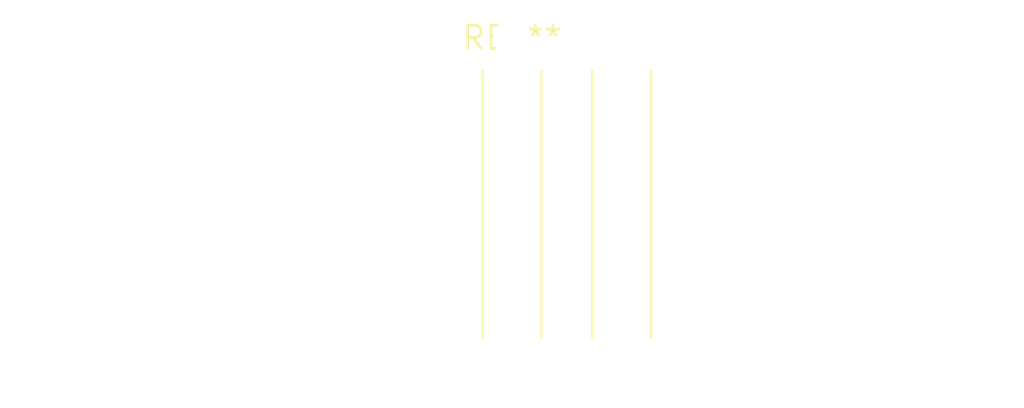
<source format=kicad_pcb>
(kicad_pcb (version 20240108) (generator pcbnew)
  (layers (0 "F.Cu" signal) (31 "B.Cu" signal) (34 "B.Paste" user) (35 "F.Paste" user) (36 "B.SilkS" user "B.Silkscreen") (37 "F.SilkS" user "F.Silkscreen") (38 "B.Mask" user) (39 "F.Mask" user) (44 "Edge.Cuts" user))
  (net 0 "")
  (footprint "SolderWire-1.5sqmm_1x02_P6mm_D1.7mm_OD3mm_Relief" (layer "F.Cu") (at 0 0)
    (property "Reference" "REF**")
    (property "Value" "SolderWire-1.5sqmm_1x02_P6mm_D1.7mm_OD3mm_Relief")
    (fp_line (start -1.61 1.81) (end -1.61 16.39) (layer "F.SilkS") (stroke (width 0.12)))
    (fp_line (start 1.61 1.81) (end 1.61 16.39) (layer "F.SilkS") (stroke (width 0.12)))
    (fp_line (start 4.39 1.81) (end 4.39 16.39) (layer "F.SilkS") (stroke (width 0.12)))
    (fp_line (start 7.61 1.81) (end 7.61 16.39) (layer "F.SilkS") (stroke (width 0.12)))
    (pad "" np_thru_hole circle (at 0 18) (size 3.5 3.5) (drill 3.5) (layers *.Cu *.Mask))
    (pad "" np_thru_hole circle (at 6 18) (size 3.5 3.5) (drill 3.5) (layers *.Cu *.Mask))
    (pad "1" thru_hole roundrect (at 0 0) (size 3.1 3.1) (drill 2.1) (layers *.Cu *.Mask) (remove_unused_layers) (roundrect_rratio 0.080645))
    (pad "2" thru_hole circle (at 6 0) (size 3.1 3.1) (drill 2.1) (layers *.Cu *.Mask) (remove_unused_layers))
  )
)
</source>
